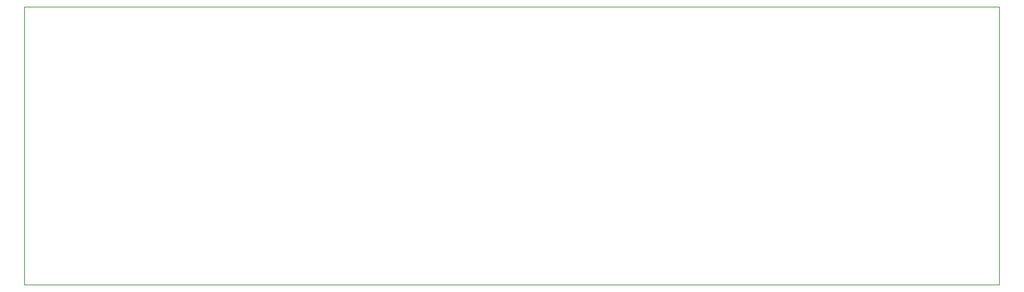
<source format=gbr>
G04 #@! TF.GenerationSoftware,KiCad,Pcbnew,5.1.4*
G04 #@! TF.CreationDate,2019-08-22T23:24:25+12:00*
G04 #@! TF.ProjectId,phloxleds,70686c6f-786c-4656-9473-2e6b69636164,rev?*
G04 #@! TF.SameCoordinates,Original*
G04 #@! TF.FileFunction,Profile,NP*
%FSLAX46Y46*%
G04 Gerber Fmt 4.6, Leading zero omitted, Abs format (unit mm)*
G04 Created by KiCad (PCBNEW 5.1.4) date 2019-08-22 23:24:25*
%MOMM*%
%LPD*%
G04 APERTURE LIST*
%ADD10C,0.050000*%
G04 APERTURE END LIST*
D10*
X56685000Y-54890000D02*
X59185000Y-54890000D01*
X56685000Y-19890000D02*
X56685000Y-54890000D01*
X59185000Y-19890000D02*
X56685000Y-19890000D01*
X59185000Y-19890000D02*
X179185000Y-19890000D01*
X179185000Y-54890000D02*
X59185000Y-54890000D01*
X179185000Y-19890000D02*
X179185000Y-54890000D01*
M02*

</source>
